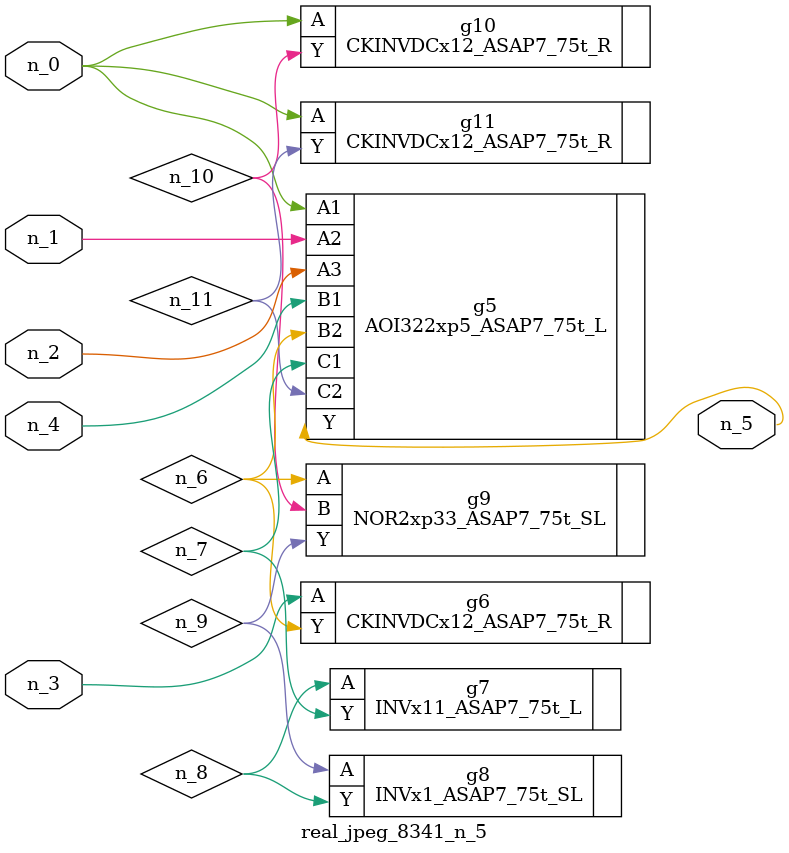
<source format=v>
module real_jpeg_8341_n_5 (n_4, n_0, n_1, n_2, n_3, n_5);

input n_4;
input n_0;
input n_1;
input n_2;
input n_3;

output n_5;

wire n_8;
wire n_11;
wire n_6;
wire n_7;
wire n_10;
wire n_9;

AOI322xp5_ASAP7_75t_L g5 ( 
.A1(n_0),
.A2(n_1),
.A3(n_2),
.B1(n_4),
.B2(n_6),
.C1(n_7),
.C2(n_11),
.Y(n_5)
);

CKINVDCx12_ASAP7_75t_R g10 ( 
.A(n_0),
.Y(n_10)
);

CKINVDCx12_ASAP7_75t_R g11 ( 
.A(n_0),
.Y(n_11)
);

CKINVDCx12_ASAP7_75t_R g6 ( 
.A(n_3),
.Y(n_6)
);

NOR2xp33_ASAP7_75t_SL g9 ( 
.A(n_6),
.B(n_10),
.Y(n_9)
);

INVx11_ASAP7_75t_L g7 ( 
.A(n_8),
.Y(n_7)
);

INVx1_ASAP7_75t_SL g8 ( 
.A(n_9),
.Y(n_8)
);


endmodule
</source>
